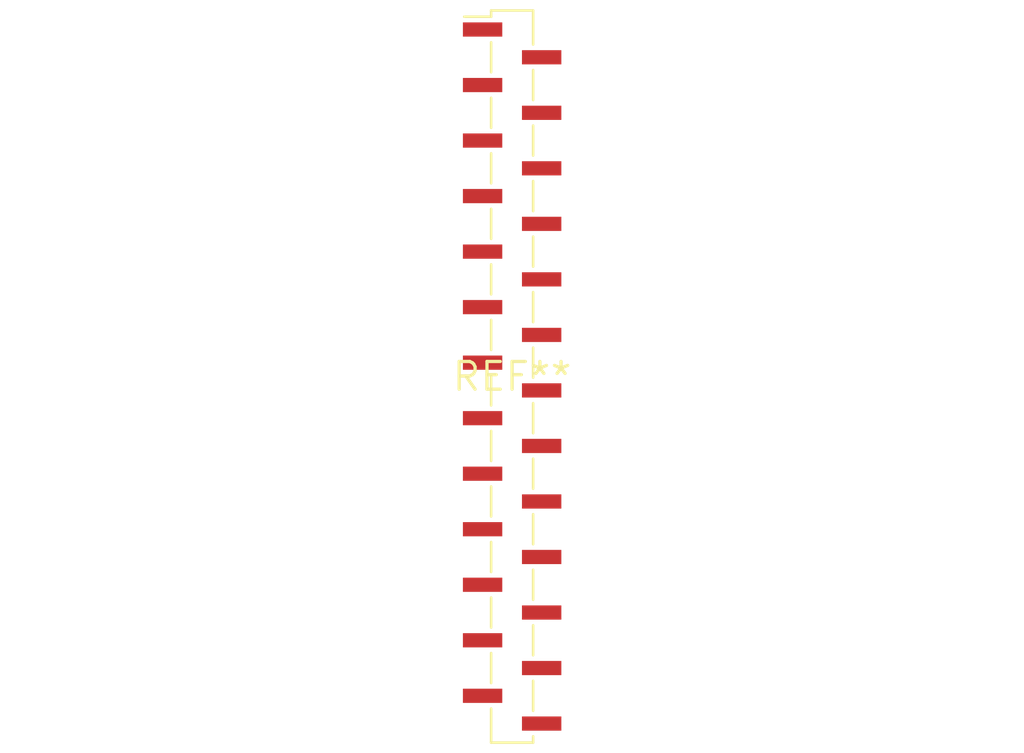
<source format=kicad_pcb>
(kicad_pcb (version 20240108) (generator pcbnew)
  (layers (0 "F.Cu" signal) (31 "B.Cu" signal) (34 "B.Paste" user) (35 "F.Paste" user) (36 "B.SilkS" user "B.Silkscreen") (37 "F.SilkS" user "F.Silkscreen") (38 "B.Mask" user) (39 "F.Mask" user) (44 "Edge.Cuts" user))
  (net 0 "")
  (footprint "PinSocket_1x26_P1.27mm_Vertical_SMD_Pin1Left" (layer "F.Cu") (at 0 0)
    (property "Reference" "REF**")
    (property "Value" "PinSocket_1x26_P1.27mm_Vertical_SMD_Pin1Left")
    (fp_line (start -2.19 -16.46) (end -0.96 -16.46) (layer "F.SilkS") (stroke (width 0.12)))
    (fp_line (start -0.96 -16.745) (end -0.96 -16.46) (layer "F.SilkS") (stroke (width 0.12)))
    (fp_line (start -0.96 -16.745) (end 0.96 -16.745) (layer "F.SilkS") (stroke (width 0.12)))
    (fp_line (start -0.96 -15.29) (end -0.96 -13.92) (layer "F.SilkS") (stroke (width 0.12)))
    (fp_line (start -0.96 -12.75) (end -0.96 -11.38) (layer "F.SilkS") (stroke (width 0.12)))
    (fp_line (start -0.96 -10.21) (end -0.96 -8.84) (layer "F.SilkS") (stroke (width 0.12)))
    (fp_line (start -0.96 -7.67) (end -0.96 -6.3) (layer "F.SilkS") (stroke (width 0.12)))
    (fp_line (start -0.96 -5.13) (end -0.96 -3.76) (layer "F.SilkS") (stroke (width 0.12)))
    (fp_line (start -0.96 -2.59) (end -0.96 -1.22) (layer "F.SilkS") (stroke (width 0.12)))
    (fp_line (start -0.96 -0.05) (end -0.96 1.32) (layer "F.SilkS") (stroke (width 0.12)))
    (fp_line (start -0.96 2.49) (end -0.96 3.86) (layer "F.SilkS") (stroke (width 0.12)))
    (fp_line (start -0.96 5.03) (end -0.96 6.4) (layer "F.SilkS") (stroke (width 0.12)))
    (fp_line (start -0.96 7.57) (end -0.96 8.94) (layer "F.SilkS") (stroke (width 0.12)))
    (fp_line (start -0.96 10.11) (end -0.96 11.48) (layer "F.SilkS") (stroke (width 0.12)))
    (fp_line (start -0.96 12.65) (end -0.96 14.02) (layer "F.SilkS") (stroke (width 0.12)))
    (fp_line (start -0.96 15.19) (end -0.96 16.745) (layer "F.SilkS") (stroke (width 0.12)))
    (fp_line (start -0.96 16.745) (end 0.96 16.745) (layer "F.SilkS") (stroke (width 0.12)))
    (fp_line (start 0.96 -16.745) (end 0.96 -15.19) (layer "F.SilkS") (stroke (width 0.12)))
    (fp_line (start 0.96 -14.02) (end 0.96 -12.65) (layer "F.SilkS") (stroke (width 0.12)))
    (fp_line (start 0.96 -11.48) (end 0.96 -10.11) (layer "F.SilkS") (stroke (width 0.12)))
    (fp_line (start 0.96 -8.94) (end 0.96 -7.57) (layer "F.SilkS") (stroke (width 0.12)))
    (fp_line (start 0.96 -6.4) (end 0.96 -5.03) (layer "F.SilkS") (stroke (width 0.12)))
    (fp_line (start 0.96 -3.86) (end 0.96 -2.49) (layer "F.SilkS") (stroke (width 0.12)))
    (fp_line (start 0.96 -1.32) (end 0.96 0.05) (layer "F.SilkS") (stroke (width 0.12)))
    (fp_line (start 0.96 1.22) (end 0.96 2.59) (layer "F.SilkS") (stroke (width 0.12)))
    (fp_line (start 0.96 3.76) (end 0.96 5.13) (layer "F.SilkS") (stroke (width 0.12)))
    (fp_line (start 0.96 6.3) (end 0.96 7.67) (layer "F.SilkS") (stroke (width 0.12)))
    (fp_line (start 0.96 8.84) (end 0.96 10.21) (layer "F.SilkS") (stroke (width 0.12)))
    (fp_line (start 0.96 11.38) (end 0.96 12.75) (layer "F.SilkS") (stroke (width 0.12)))
    (fp_line (start 0.96 13.92) (end 0.96 15.29) (layer "F.SilkS") (stroke (width 0.12)))
    (fp_line (start 0.96 16.46) (end 0.96 16.745) (layer "F.SilkS") (stroke (width 0.12)))
    (pad "1" smd rect (at -1.35 -15.875) (size 1.8 0.65) (layers "F.Cu" "F.Paste" "F.Mask"))
    (pad "2" smd rect (at 1.35 -14.605) (size 1.8 0.65) (layers "F.Cu" "F.Paste" "F.Mask"))
    (pad "3" smd rect (at -1.35 -13.335) (size 1.8 0.65) (layers "F.Cu" "F.Paste" "F.Mask"))
    (pad "4" smd rect (at 1.35 -12.065) (size 1.8 0.65) (layers "F.Cu" "F.Paste" "F.Mask"))
    (pad "5" smd rect (at -1.35 -10.795) (size 1.8 0.65) (layers "F.Cu" "F.Paste" "F.Mask"))
    (pad "6" smd rect (at 1.35 -9.525) (size 1.8 0.65) (layers "F.Cu" "F.Paste" "F.Mask"))
    (pad "7" smd rect (at -1.35 -8.255) (size 1.8 0.65) (layers "F.Cu" "F.Paste" "F.Mask"))
    (pad "8" smd rect (at 1.35 -6.985) (size 1.8 0.65) (layers "F.Cu" "F.Paste" "F.Mask"))
    (pad "9" smd rect (at -1.35 -5.715) (size 1.8 0.65) (layers "F.Cu" "F.Paste" "F.Mask"))
    (pad "10" smd rect (at 1.35 -4.445) (size 1.8 0.65) (layers "F.Cu" "F.Paste" "F.Mask"))
    (pad "11" smd rect (at -1.35 -3.175) (size 1.8 0.65) (layers "F.Cu" "F.Paste" "F.Mask"))
    (pad "12" smd rect (at 1.35 -1.905) (size 1.8 0.65) (layers "F.Cu" "F.Paste" "F.Mask"))
    (pad "13" smd rect (at -1.35 -0.635) (size 1.8 0.65) (layers "F.Cu" "F.Paste" "F.Mask"))
    (pad "14" smd rect (at 1.35 0.635) (size 1.8 0.65) (layers "F.Cu" "F.Paste" "F.Mask"))
    (pad "15" smd rect (at -1.35 1.905) (size 1.8 0.65) (layers "F.Cu" "F.Paste" "F.Mask"))
    (pad "16" smd rect (at 1.35 3.175) (size 1.8 0.65) (layers "F.Cu" "F.Paste" "F.Mask"))
    (pad "17" smd rect (at -1.35 4.445) (size 1.8 0.65) (layers "F.Cu" "F.Paste" "F.Mask"))
    (pad "18" smd rect (at 1.35 5.715) (size 1.8 0.65) (layers "F.Cu" "F.Paste" "F.Mask"))
    (pad "19" smd rect (at -1.35 6.985) (size 1.8 0.65) (layers "F.Cu" "F.Paste" "F.Mask"))
    (pad "20" smd rect (at 1.35 8.255) (size 1.8 0.65) (layers "F.Cu" "F.Paste" "F.Mask"))
    (pad "21" smd rect (at -1.35 9.525) (size 1.8 0.65) (layers "F.Cu" "F.Paste" "F.Mask"))
    (pad "22" smd rect (at 1.35 10.795) (size 1.8 0.65) (layers "F.Cu" "F.Paste" "F.Mask"))
    (pad "23" smd rect (at -1.35 12.065) (size 1.8 0.65) (layers "F.Cu" "F.Paste" "F.Mask"))
    (pad "24" smd rect (at 1.35 13.335) (size 1.8 0.65) (layers "F.Cu" "F.Paste" "F.Mask"))
    (pad "25" smd rect (at -1.35 14.605) (size 1.8 0.65) (layers "F.Cu" "F.Paste" "F.Mask"))
    (pad "26" smd rect (at 1.35 15.875) (size 1.8 0.65) (layers "F.Cu" "F.Paste" "F.Mask"))
  )
)
</source>
